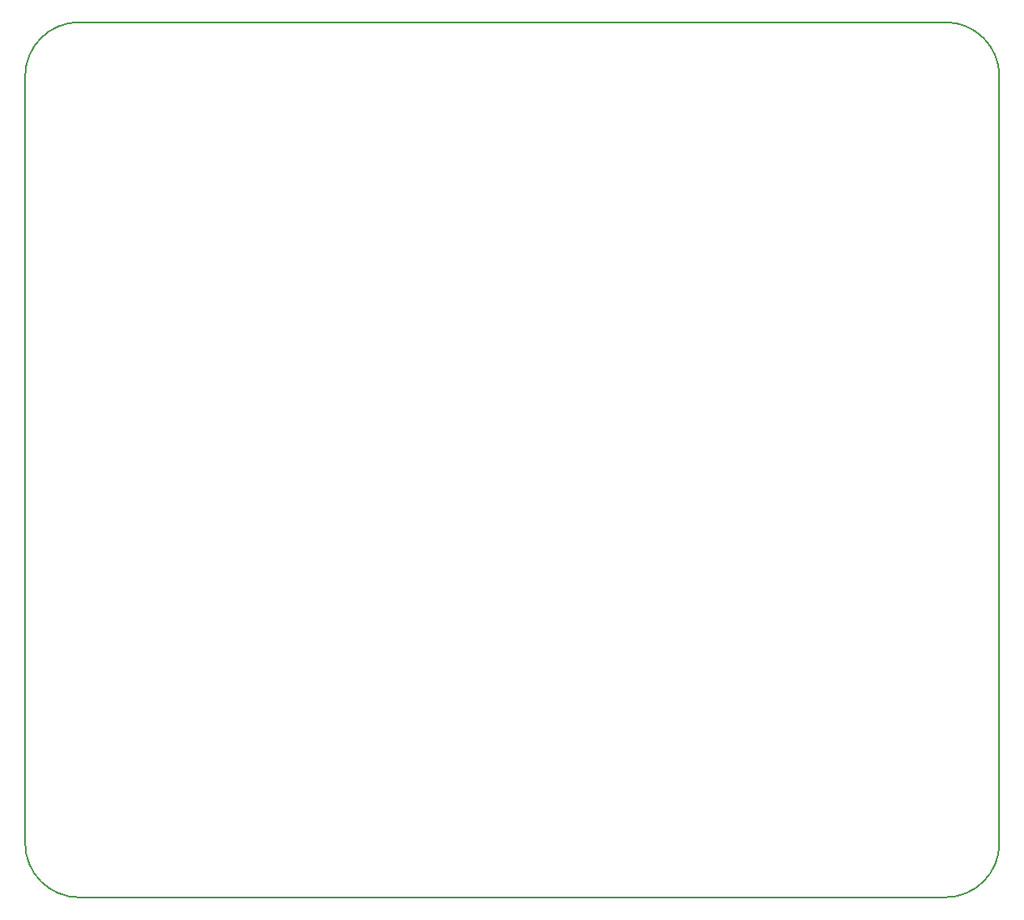
<source format=gbr>
G04 #@! TF.GenerationSoftware,KiCad,Pcbnew,5.0.2+dfsg1-1*
G04 #@! TF.CreationDate,2020-10-29T13:50:34+01:00*
G04 #@! TF.ProjectId,led_panel,6c65645f-7061-46e6-956c-2e6b69636164,rev?*
G04 #@! TF.SameCoordinates,Original*
G04 #@! TF.FileFunction,Profile,NP*
%FSLAX46Y46*%
G04 Gerber Fmt 4.6, Leading zero omitted, Abs format (unit mm)*
G04 Created by KiCad (PCBNEW 5.0.2+dfsg1-1) date Thu 29 Oct 2020 01:50:34 PM CET*
%MOMM*%
%LPD*%
G01*
G04 APERTURE LIST*
%ADD10C,0.150000*%
G04 APERTURE END LIST*
D10*
X96460001Y-35805001D02*
X184460001Y-35805001D01*
X90960001Y-119305001D02*
X90960001Y-41305001D01*
X184460001Y-124805001D02*
X96460001Y-124805001D01*
X189960001Y-41305001D02*
X189960001Y-119305001D01*
X96460001Y-124805001D02*
G75*
G02X90960001Y-119305001I0J5500000D01*
G01*
X189960001Y-119305001D02*
G75*
G02X184460001Y-124805001I-5500000J0D01*
G01*
X184460001Y-35805001D02*
G75*
G02X189960001Y-41305001I0J-5500000D01*
G01*
X90960001Y-41305001D02*
G75*
G02X96460001Y-35805001I5500000J0D01*
G01*
M02*

</source>
